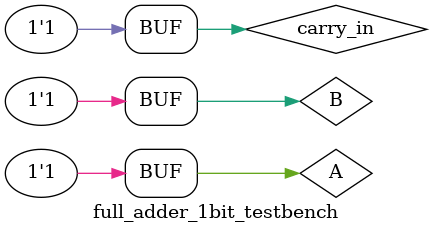
<source format=v>

`define DELAY 20
module full_adder_1bit_testbench();

reg A;
reg B;
reg carry_in;

wire sum;
wire carry_out;



full_adder_1bit test_full_adder (
	.sum(sum),
	.carry_out(carry_out),
	
	.A(A),
	.B(B),
	.carry_in(carry_in)
	);

initial begin
	A = 1'b0;
	B = 1'b0;
	carry_in = 1'b0;
	#`DELAY;
	
	A = 1'b0;
	B = 1'b0;
	carry_in = 1'b1;
	#`DELAY;
	
	A = 1'b0;
	B = 1'b1;
	carry_in = 1'b0;
	#`DELAY;
	
	A = 1'b0;
	B = 1'b1;
	carry_in = 1'b1;
	#`DELAY;
	
	A = 1'b1;
	B = 1'b0;
	carry_in = 1'b0;
	#`DELAY;
	
	A = 1'b1;
	B = 1'b0;
	carry_in = 1'b1;
	#`DELAY;
	
	A = 1'b1;
	B = 1'b1;
	carry_in = 1'b0;
	#`DELAY;
	
	A = 1'b1;
	B = 1'b1;
	carry_in = 1'b1;
end

 
initial begin
	$monitor("sum = %1b, cout = %1b", sum, carry_out);
end
 
endmodule

</source>
